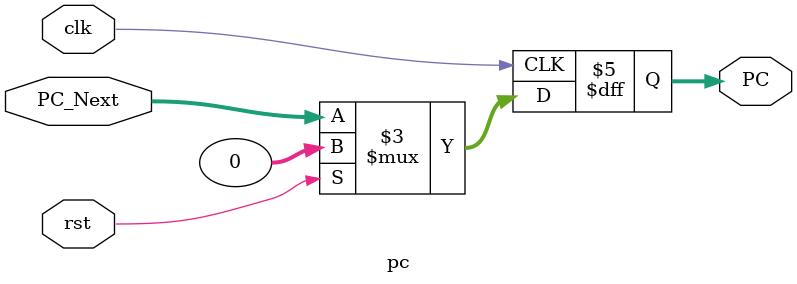
<source format=v>
module pc(PC_Next,clk,rst,PC);

input [31:0]PC_Next;
input clk,rst;

output reg [31:0]PC;

always @(posedge clk)
   begin
       if(rst)
      PC <= 32'b00000000;
      
      else

      PC <= PC_Next;

  end
endmodule

</source>
